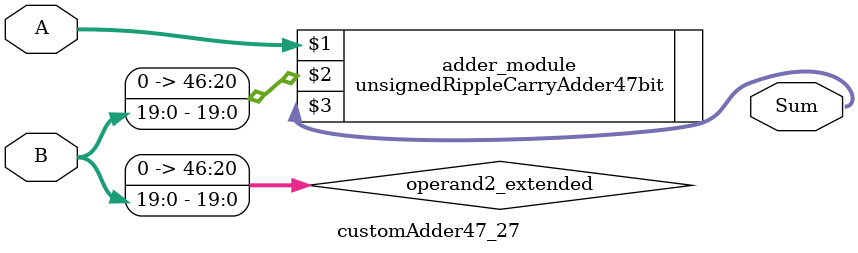
<source format=v>
module customAdder47_27(
                        input [46 : 0] A,
                        input [19 : 0] B,
                        
                        output [47 : 0] Sum
                );

        wire [46 : 0] operand2_extended;
        
        assign operand2_extended =  {27'b0, B};
        
        unsignedRippleCarryAdder47bit adder_module(
            A,
            operand2_extended,
            Sum
        );
        
        endmodule
        
</source>
